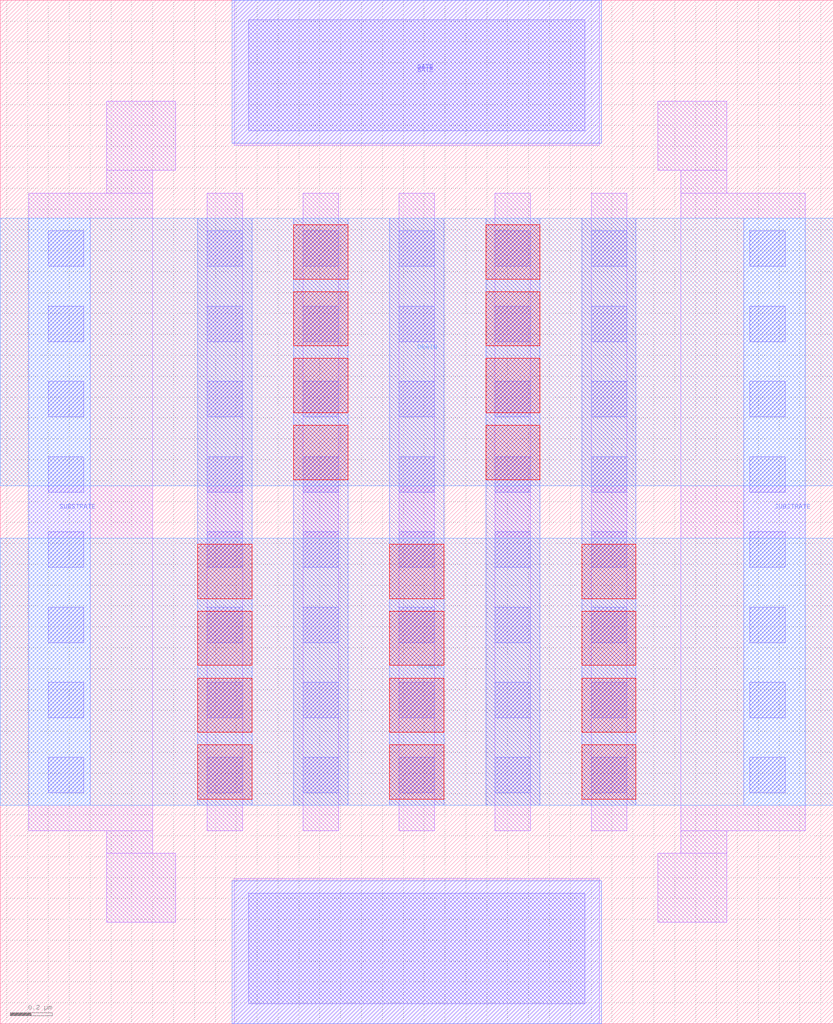
<source format=lef>
# Copyright 2020 The SkyWater PDK Authors
#
# Licensed under the Apache License, Version 2.0 (the "License");
# you may not use this file except in compliance with the License.
# You may obtain a copy of the License at
#
#     https://www.apache.org/licenses/LICENSE-2.0
#
# Unless required by applicable law or agreed to in writing, software
# distributed under the License is distributed on an "AS IS" BASIS,
# WITHOUT WARRANTIES OR CONDITIONS OF ANY KIND, either express or implied.
# See the License for the specific language governing permissions and
# limitations under the License.
#
# SPDX-License-Identifier: Apache-2.0

VERSION 5.7 ;
  NOWIREEXTENSIONATPIN ON ;
  DIVIDERCHAR "/" ;
  BUSBITCHARS "[]" ;
MACRO sky130_fd_pr__rf_nfet_01v8_lvt_cM04W3p00L0p18
  CLASS BLOCK ;
  FOREIGN sky130_fd_pr__rf_nfet_01v8_lvt_cM04W3p00L0p18 ;
  ORIGIN -0.070000  0.000000 ;
  SIZE  3.990000 BY  4.900000 ;
  PIN DRAIN
    ANTENNADIFFAREA  1.685600 ;
    PORT
      LAYER met2 ;
        RECT 0.070000 2.575000 4.060000 3.855000 ;
    END
  END DRAIN
  PIN GATE
    ANTENNAGATEAREA  2.167200 ;
    PORT
      LAYER li1 ;
        RECT 1.190000 0.000000 2.940000 0.695000 ;
        RECT 1.190000 4.205000 2.940000 4.900000 ;
      LAYER mcon ;
        RECT 1.260000 0.095000 2.870000 0.625000 ;
        RECT 1.260000 4.275000 2.870000 4.805000 ;
    END
    PORT
      LAYER met1 ;
        RECT 1.180000 0.000000 2.950000 0.685000 ;
        RECT 1.180000 4.215000 2.950000 4.900000 ;
    END
  END GATE
  PIN SOURCE
    ANTENNADIFFAREA  2.528400 ;
    PORT
      LAYER met2 ;
        RECT 0.070000 1.045000 4.060000 2.325000 ;
    END
  END SOURCE
  PIN SUBSTRATE
    ANTENNADIFFAREA  1.956500 ;
    ANTENNAGATEAREA  0.451500 ;
    PORT
      LAYER met1 ;
        RECT 0.205000 1.045000 0.500000 3.855000 ;
    END
    PORT
      LAYER met1 ;
        RECT 3.630000 1.045000 3.925000 3.855000 ;
    END
  END SUBSTRATE
  OBS
    LAYER li1 ;
      RECT 0.205000 0.925000 0.800000 3.975000 ;
      RECT 0.580000 0.485000 0.910000 0.815000 ;
      RECT 0.580000 0.815000 0.800000 0.925000 ;
      RECT 0.580000 3.975000 0.800000 4.085000 ;
      RECT 0.580000 4.085000 0.910000 4.415000 ;
      RECT 1.060000 0.925000 1.230000 3.975000 ;
      RECT 1.520000 0.925000 1.690000 3.975000 ;
      RECT 1.980000 0.925000 2.150000 3.975000 ;
      RECT 2.440000 0.925000 2.610000 3.975000 ;
      RECT 2.900000 0.925000 3.070000 3.975000 ;
      RECT 3.220000 0.485000 3.550000 0.815000 ;
      RECT 3.220000 4.085000 3.550000 4.415000 ;
      RECT 3.330000 0.815000 3.550000 0.925000 ;
      RECT 3.330000 0.925000 3.925000 3.975000 ;
      RECT 3.330000 3.975000 3.550000 4.085000 ;
    LAYER mcon ;
      RECT 0.300000 1.105000 0.470000 1.275000 ;
      RECT 0.300000 1.465000 0.470000 1.635000 ;
      RECT 0.300000 1.825000 0.470000 1.995000 ;
      RECT 0.300000 2.185000 0.470000 2.355000 ;
      RECT 0.300000 2.545000 0.470000 2.715000 ;
      RECT 0.300000 2.905000 0.470000 3.075000 ;
      RECT 0.300000 3.265000 0.470000 3.435000 ;
      RECT 0.300000 3.625000 0.470000 3.795000 ;
      RECT 1.060000 1.105000 1.230000 1.275000 ;
      RECT 1.060000 1.465000 1.230000 1.635000 ;
      RECT 1.060000 1.825000 1.230000 1.995000 ;
      RECT 1.060000 2.185000 1.230000 2.355000 ;
      RECT 1.060000 2.545000 1.230000 2.715000 ;
      RECT 1.060000 2.905000 1.230000 3.075000 ;
      RECT 1.060000 3.265000 1.230000 3.435000 ;
      RECT 1.060000 3.625000 1.230000 3.795000 ;
      RECT 1.520000 1.105000 1.690000 1.275000 ;
      RECT 1.520000 1.465000 1.690000 1.635000 ;
      RECT 1.520000 1.825000 1.690000 1.995000 ;
      RECT 1.520000 2.185000 1.690000 2.355000 ;
      RECT 1.520000 2.545000 1.690000 2.715000 ;
      RECT 1.520000 2.905000 1.690000 3.075000 ;
      RECT 1.520000 3.265000 1.690000 3.435000 ;
      RECT 1.520000 3.625000 1.690000 3.795000 ;
      RECT 1.980000 1.105000 2.150000 1.275000 ;
      RECT 1.980000 1.465000 2.150000 1.635000 ;
      RECT 1.980000 1.825000 2.150000 1.995000 ;
      RECT 1.980000 2.185000 2.150000 2.355000 ;
      RECT 1.980000 2.545000 2.150000 2.715000 ;
      RECT 1.980000 2.905000 2.150000 3.075000 ;
      RECT 1.980000 3.265000 2.150000 3.435000 ;
      RECT 1.980000 3.625000 2.150000 3.795000 ;
      RECT 2.440000 1.105000 2.610000 1.275000 ;
      RECT 2.440000 1.465000 2.610000 1.635000 ;
      RECT 2.440000 1.825000 2.610000 1.995000 ;
      RECT 2.440000 2.185000 2.610000 2.355000 ;
      RECT 2.440000 2.545000 2.610000 2.715000 ;
      RECT 2.440000 2.905000 2.610000 3.075000 ;
      RECT 2.440000 3.265000 2.610000 3.435000 ;
      RECT 2.440000 3.625000 2.610000 3.795000 ;
      RECT 2.900000 1.105000 3.070000 1.275000 ;
      RECT 2.900000 1.465000 3.070000 1.635000 ;
      RECT 2.900000 1.825000 3.070000 1.995000 ;
      RECT 2.900000 2.185000 3.070000 2.355000 ;
      RECT 2.900000 2.545000 3.070000 2.715000 ;
      RECT 2.900000 2.905000 3.070000 3.075000 ;
      RECT 2.900000 3.265000 3.070000 3.435000 ;
      RECT 2.900000 3.625000 3.070000 3.795000 ;
      RECT 3.660000 1.105000 3.830000 1.275000 ;
      RECT 3.660000 1.465000 3.830000 1.635000 ;
      RECT 3.660000 1.825000 3.830000 1.995000 ;
      RECT 3.660000 2.185000 3.830000 2.355000 ;
      RECT 3.660000 2.545000 3.830000 2.715000 ;
      RECT 3.660000 2.905000 3.830000 3.075000 ;
      RECT 3.660000 3.265000 3.830000 3.435000 ;
      RECT 3.660000 3.625000 3.830000 3.795000 ;
    LAYER met1 ;
      RECT 1.015000 1.045000 1.275000 3.855000 ;
      RECT 1.475000 1.045000 1.735000 3.855000 ;
      RECT 1.935000 1.045000 2.195000 3.855000 ;
      RECT 2.395000 1.045000 2.655000 3.855000 ;
      RECT 2.855000 1.045000 3.115000 3.855000 ;
    LAYER via ;
      RECT 1.015000 1.075000 1.275000 1.335000 ;
      RECT 1.015000 1.395000 1.275000 1.655000 ;
      RECT 1.015000 1.715000 1.275000 1.975000 ;
      RECT 1.015000 2.035000 1.275000 2.295000 ;
      RECT 1.475000 2.605000 1.735000 2.865000 ;
      RECT 1.475000 2.925000 1.735000 3.185000 ;
      RECT 1.475000 3.245000 1.735000 3.505000 ;
      RECT 1.475000 3.565000 1.735000 3.825000 ;
      RECT 1.935000 1.075000 2.195000 1.335000 ;
      RECT 1.935000 1.395000 2.195000 1.655000 ;
      RECT 1.935000 1.715000 2.195000 1.975000 ;
      RECT 1.935000 2.035000 2.195000 2.295000 ;
      RECT 2.395000 2.605000 2.655000 2.865000 ;
      RECT 2.395000 2.925000 2.655000 3.185000 ;
      RECT 2.395000 3.245000 2.655000 3.505000 ;
      RECT 2.395000 3.565000 2.655000 3.825000 ;
      RECT 2.855000 1.075000 3.115000 1.335000 ;
      RECT 2.855000 1.395000 3.115000 1.655000 ;
      RECT 2.855000 1.715000 3.115000 1.975000 ;
      RECT 2.855000 2.035000 3.115000 2.295000 ;
  END
END sky130_fd_pr__rf_nfet_01v8_lvt_cM04W3p00L0p18
END LIBRARY

</source>
